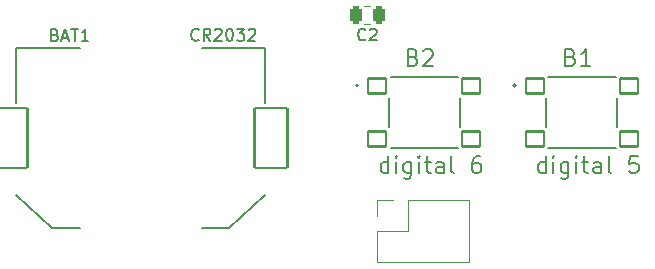
<source format=gbr>
G04 #@! TF.GenerationSoftware,KiCad,Pcbnew,9.0.3*
G04 #@! TF.CreationDate,2025-08-17T17:29:30-04:00*
G04 #@! TF.ProjectId,remote,72656d6f-7465-42e6-9b69-6361645f7063,rev?*
G04 #@! TF.SameCoordinates,Original*
G04 #@! TF.FileFunction,Legend,Top*
G04 #@! TF.FilePolarity,Positive*
%FSLAX46Y46*%
G04 Gerber Fmt 4.6, Leading zero omitted, Abs format (unit mm)*
G04 Created by KiCad (PCBNEW 9.0.3) date 2025-08-17 17:29:30*
%MOMM*%
%LPD*%
G01*
G04 APERTURE LIST*
G04 Aperture macros list*
%AMRoundRect*
0 Rectangle with rounded corners*
0 $1 Rounding radius*
0 $2 $3 $4 $5 $6 $7 $8 $9 X,Y pos of 4 corners*
0 Add a 4 corners polygon primitive as box body*
4,1,4,$2,$3,$4,$5,$6,$7,$8,$9,$2,$3,0*
0 Add four circle primitives for the rounded corners*
1,1,$1+$1,$2,$3*
1,1,$1+$1,$4,$5*
1,1,$1+$1,$6,$7*
1,1,$1+$1,$8,$9*
0 Add four rect primitives between the rounded corners*
20,1,$1+$1,$2,$3,$4,$5,0*
20,1,$1+$1,$4,$5,$6,$7,0*
20,1,$1+$1,$6,$7,$8,$9,0*
20,1,$1+$1,$8,$9,$2,$3,0*%
G04 Aperture macros list end*
%ADD10C,0.150000*%
%ADD11C,0.120000*%
%ADD12C,0.127000*%
%ADD13C,0.200000*%
%ADD14RoundRect,0.250000X0.250000X0.475000X-0.250000X0.475000X-0.250000X-0.475000X0.250000X-0.475000X0*%
%ADD15R,1.700000X1.700000*%
%ADD16C,1.700000*%
%ADD17RoundRect,0.102000X-0.775000X-0.650000X0.775000X-0.650000X0.775000X0.650000X-0.775000X0.650000X0*%
%ADD18C,17.984000*%
%ADD19RoundRect,0.102000X1.395000X2.540000X-1.395000X2.540000X-1.395000X-2.540000X1.395000X-2.540000X0*%
G04 APERTURE END LIST*
D10*
X221018621Y-55658980D02*
X220971002Y-55706600D01*
X220971002Y-55706600D02*
X220828145Y-55754219D01*
X220828145Y-55754219D02*
X220732907Y-55754219D01*
X220732907Y-55754219D02*
X220590050Y-55706600D01*
X220590050Y-55706600D02*
X220494812Y-55611361D01*
X220494812Y-55611361D02*
X220447193Y-55516123D01*
X220447193Y-55516123D02*
X220399574Y-55325647D01*
X220399574Y-55325647D02*
X220399574Y-55182790D01*
X220399574Y-55182790D02*
X220447193Y-54992314D01*
X220447193Y-54992314D02*
X220494812Y-54897076D01*
X220494812Y-54897076D02*
X220590050Y-54801838D01*
X220590050Y-54801838D02*
X220732907Y-54754219D01*
X220732907Y-54754219D02*
X220828145Y-54754219D01*
X220828145Y-54754219D02*
X220971002Y-54801838D01*
X220971002Y-54801838D02*
X221018621Y-54849457D01*
X221399574Y-54849457D02*
X221447193Y-54801838D01*
X221447193Y-54801838D02*
X221542431Y-54754219D01*
X221542431Y-54754219D02*
X221780526Y-54754219D01*
X221780526Y-54754219D02*
X221875764Y-54801838D01*
X221875764Y-54801838D02*
X221923383Y-54849457D01*
X221923383Y-54849457D02*
X221971002Y-54944695D01*
X221971002Y-54944695D02*
X221971002Y-55039933D01*
X221971002Y-55039933D02*
X221923383Y-55182790D01*
X221923383Y-55182790D02*
X221351955Y-55754219D01*
X221351955Y-55754219D02*
X221971002Y-55754219D01*
X225069622Y-57187933D02*
X225269622Y-57254600D01*
X225269622Y-57254600D02*
X225336288Y-57321266D01*
X225336288Y-57321266D02*
X225402955Y-57454600D01*
X225402955Y-57454600D02*
X225402955Y-57654600D01*
X225402955Y-57654600D02*
X225336288Y-57787933D01*
X225336288Y-57787933D02*
X225269622Y-57854600D01*
X225269622Y-57854600D02*
X225136288Y-57921266D01*
X225136288Y-57921266D02*
X224602955Y-57921266D01*
X224602955Y-57921266D02*
X224602955Y-56521266D01*
X224602955Y-56521266D02*
X225069622Y-56521266D01*
X225069622Y-56521266D02*
X225202955Y-56587933D01*
X225202955Y-56587933D02*
X225269622Y-56654600D01*
X225269622Y-56654600D02*
X225336288Y-56787933D01*
X225336288Y-56787933D02*
X225336288Y-56921266D01*
X225336288Y-56921266D02*
X225269622Y-57054600D01*
X225269622Y-57054600D02*
X225202955Y-57121266D01*
X225202955Y-57121266D02*
X225069622Y-57187933D01*
X225069622Y-57187933D02*
X224602955Y-57187933D01*
X225936288Y-56654600D02*
X226002955Y-56587933D01*
X226002955Y-56587933D02*
X226136288Y-56521266D01*
X226136288Y-56521266D02*
X226469622Y-56521266D01*
X226469622Y-56521266D02*
X226602955Y-56587933D01*
X226602955Y-56587933D02*
X226669622Y-56654600D01*
X226669622Y-56654600D02*
X226736288Y-56787933D01*
X226736288Y-56787933D02*
X226736288Y-56921266D01*
X226736288Y-56921266D02*
X226669622Y-57121266D01*
X226669622Y-57121266D02*
X225869622Y-57921266D01*
X225869622Y-57921266D02*
X226736288Y-57921266D01*
X222970087Y-66984666D02*
X222970087Y-65584666D01*
X222970087Y-66918000D02*
X222836754Y-66984666D01*
X222836754Y-66984666D02*
X222570087Y-66984666D01*
X222570087Y-66984666D02*
X222436754Y-66918000D01*
X222436754Y-66918000D02*
X222370087Y-66851333D01*
X222370087Y-66851333D02*
X222303420Y-66718000D01*
X222303420Y-66718000D02*
X222303420Y-66318000D01*
X222303420Y-66318000D02*
X222370087Y-66184666D01*
X222370087Y-66184666D02*
X222436754Y-66118000D01*
X222436754Y-66118000D02*
X222570087Y-66051333D01*
X222570087Y-66051333D02*
X222836754Y-66051333D01*
X222836754Y-66051333D02*
X222970087Y-66118000D01*
X223636754Y-66984666D02*
X223636754Y-66051333D01*
X223636754Y-65584666D02*
X223570087Y-65651333D01*
X223570087Y-65651333D02*
X223636754Y-65718000D01*
X223636754Y-65718000D02*
X223703421Y-65651333D01*
X223703421Y-65651333D02*
X223636754Y-65584666D01*
X223636754Y-65584666D02*
X223636754Y-65718000D01*
X224903421Y-66051333D02*
X224903421Y-67184666D01*
X224903421Y-67184666D02*
X224836754Y-67318000D01*
X224836754Y-67318000D02*
X224770088Y-67384666D01*
X224770088Y-67384666D02*
X224636754Y-67451333D01*
X224636754Y-67451333D02*
X224436754Y-67451333D01*
X224436754Y-67451333D02*
X224303421Y-67384666D01*
X224903421Y-66918000D02*
X224770088Y-66984666D01*
X224770088Y-66984666D02*
X224503421Y-66984666D01*
X224503421Y-66984666D02*
X224370088Y-66918000D01*
X224370088Y-66918000D02*
X224303421Y-66851333D01*
X224303421Y-66851333D02*
X224236754Y-66718000D01*
X224236754Y-66718000D02*
X224236754Y-66318000D01*
X224236754Y-66318000D02*
X224303421Y-66184666D01*
X224303421Y-66184666D02*
X224370088Y-66118000D01*
X224370088Y-66118000D02*
X224503421Y-66051333D01*
X224503421Y-66051333D02*
X224770088Y-66051333D01*
X224770088Y-66051333D02*
X224903421Y-66118000D01*
X225570088Y-66984666D02*
X225570088Y-66051333D01*
X225570088Y-65584666D02*
X225503421Y-65651333D01*
X225503421Y-65651333D02*
X225570088Y-65718000D01*
X225570088Y-65718000D02*
X225636755Y-65651333D01*
X225636755Y-65651333D02*
X225570088Y-65584666D01*
X225570088Y-65584666D02*
X225570088Y-65718000D01*
X226036755Y-66051333D02*
X226570088Y-66051333D01*
X226236755Y-65584666D02*
X226236755Y-66784666D01*
X226236755Y-66784666D02*
X226303422Y-66918000D01*
X226303422Y-66918000D02*
X226436755Y-66984666D01*
X226436755Y-66984666D02*
X226570088Y-66984666D01*
X227636755Y-66984666D02*
X227636755Y-66251333D01*
X227636755Y-66251333D02*
X227570088Y-66118000D01*
X227570088Y-66118000D02*
X227436755Y-66051333D01*
X227436755Y-66051333D02*
X227170088Y-66051333D01*
X227170088Y-66051333D02*
X227036755Y-66118000D01*
X227636755Y-66918000D02*
X227503422Y-66984666D01*
X227503422Y-66984666D02*
X227170088Y-66984666D01*
X227170088Y-66984666D02*
X227036755Y-66918000D01*
X227036755Y-66918000D02*
X226970088Y-66784666D01*
X226970088Y-66784666D02*
X226970088Y-66651333D01*
X226970088Y-66651333D02*
X227036755Y-66518000D01*
X227036755Y-66518000D02*
X227170088Y-66451333D01*
X227170088Y-66451333D02*
X227503422Y-66451333D01*
X227503422Y-66451333D02*
X227636755Y-66384666D01*
X228503422Y-66984666D02*
X228370089Y-66918000D01*
X228370089Y-66918000D02*
X228303422Y-66784666D01*
X228303422Y-66784666D02*
X228303422Y-65584666D01*
X230703422Y-65584666D02*
X230436755Y-65584666D01*
X230436755Y-65584666D02*
X230303422Y-65651333D01*
X230303422Y-65651333D02*
X230236755Y-65718000D01*
X230236755Y-65718000D02*
X230103422Y-65918000D01*
X230103422Y-65918000D02*
X230036755Y-66184666D01*
X230036755Y-66184666D02*
X230036755Y-66718000D01*
X230036755Y-66718000D02*
X230103422Y-66851333D01*
X230103422Y-66851333D02*
X230170089Y-66918000D01*
X230170089Y-66918000D02*
X230303422Y-66984666D01*
X230303422Y-66984666D02*
X230570089Y-66984666D01*
X230570089Y-66984666D02*
X230703422Y-66918000D01*
X230703422Y-66918000D02*
X230770089Y-66851333D01*
X230770089Y-66851333D02*
X230836755Y-66718000D01*
X230836755Y-66718000D02*
X230836755Y-66384666D01*
X230836755Y-66384666D02*
X230770089Y-66251333D01*
X230770089Y-66251333D02*
X230703422Y-66184666D01*
X230703422Y-66184666D02*
X230570089Y-66118000D01*
X230570089Y-66118000D02*
X230303422Y-66118000D01*
X230303422Y-66118000D02*
X230170089Y-66184666D01*
X230170089Y-66184666D02*
X230103422Y-66251333D01*
X230103422Y-66251333D02*
X230036755Y-66384666D01*
X238404622Y-57187933D02*
X238604622Y-57254600D01*
X238604622Y-57254600D02*
X238671288Y-57321266D01*
X238671288Y-57321266D02*
X238737955Y-57454600D01*
X238737955Y-57454600D02*
X238737955Y-57654600D01*
X238737955Y-57654600D02*
X238671288Y-57787933D01*
X238671288Y-57787933D02*
X238604622Y-57854600D01*
X238604622Y-57854600D02*
X238471288Y-57921266D01*
X238471288Y-57921266D02*
X237937955Y-57921266D01*
X237937955Y-57921266D02*
X237937955Y-56521266D01*
X237937955Y-56521266D02*
X238404622Y-56521266D01*
X238404622Y-56521266D02*
X238537955Y-56587933D01*
X238537955Y-56587933D02*
X238604622Y-56654600D01*
X238604622Y-56654600D02*
X238671288Y-56787933D01*
X238671288Y-56787933D02*
X238671288Y-56921266D01*
X238671288Y-56921266D02*
X238604622Y-57054600D01*
X238604622Y-57054600D02*
X238537955Y-57121266D01*
X238537955Y-57121266D02*
X238404622Y-57187933D01*
X238404622Y-57187933D02*
X237937955Y-57187933D01*
X240071288Y-57921266D02*
X239271288Y-57921266D01*
X239671288Y-57921266D02*
X239671288Y-56521266D01*
X239671288Y-56521266D02*
X239537955Y-56721266D01*
X239537955Y-56721266D02*
X239404622Y-56854600D01*
X239404622Y-56854600D02*
X239271288Y-56921266D01*
X236279687Y-66984666D02*
X236279687Y-65584666D01*
X236279687Y-66918000D02*
X236146354Y-66984666D01*
X236146354Y-66984666D02*
X235879687Y-66984666D01*
X235879687Y-66984666D02*
X235746354Y-66918000D01*
X235746354Y-66918000D02*
X235679687Y-66851333D01*
X235679687Y-66851333D02*
X235613020Y-66718000D01*
X235613020Y-66718000D02*
X235613020Y-66318000D01*
X235613020Y-66318000D02*
X235679687Y-66184666D01*
X235679687Y-66184666D02*
X235746354Y-66118000D01*
X235746354Y-66118000D02*
X235879687Y-66051333D01*
X235879687Y-66051333D02*
X236146354Y-66051333D01*
X236146354Y-66051333D02*
X236279687Y-66118000D01*
X236946354Y-66984666D02*
X236946354Y-66051333D01*
X236946354Y-65584666D02*
X236879687Y-65651333D01*
X236879687Y-65651333D02*
X236946354Y-65718000D01*
X236946354Y-65718000D02*
X237013021Y-65651333D01*
X237013021Y-65651333D02*
X236946354Y-65584666D01*
X236946354Y-65584666D02*
X236946354Y-65718000D01*
X238213021Y-66051333D02*
X238213021Y-67184666D01*
X238213021Y-67184666D02*
X238146354Y-67318000D01*
X238146354Y-67318000D02*
X238079688Y-67384666D01*
X238079688Y-67384666D02*
X237946354Y-67451333D01*
X237946354Y-67451333D02*
X237746354Y-67451333D01*
X237746354Y-67451333D02*
X237613021Y-67384666D01*
X238213021Y-66918000D02*
X238079688Y-66984666D01*
X238079688Y-66984666D02*
X237813021Y-66984666D01*
X237813021Y-66984666D02*
X237679688Y-66918000D01*
X237679688Y-66918000D02*
X237613021Y-66851333D01*
X237613021Y-66851333D02*
X237546354Y-66718000D01*
X237546354Y-66718000D02*
X237546354Y-66318000D01*
X237546354Y-66318000D02*
X237613021Y-66184666D01*
X237613021Y-66184666D02*
X237679688Y-66118000D01*
X237679688Y-66118000D02*
X237813021Y-66051333D01*
X237813021Y-66051333D02*
X238079688Y-66051333D01*
X238079688Y-66051333D02*
X238213021Y-66118000D01*
X238879688Y-66984666D02*
X238879688Y-66051333D01*
X238879688Y-65584666D02*
X238813021Y-65651333D01*
X238813021Y-65651333D02*
X238879688Y-65718000D01*
X238879688Y-65718000D02*
X238946355Y-65651333D01*
X238946355Y-65651333D02*
X238879688Y-65584666D01*
X238879688Y-65584666D02*
X238879688Y-65718000D01*
X239346355Y-66051333D02*
X239879688Y-66051333D01*
X239546355Y-65584666D02*
X239546355Y-66784666D01*
X239546355Y-66784666D02*
X239613022Y-66918000D01*
X239613022Y-66918000D02*
X239746355Y-66984666D01*
X239746355Y-66984666D02*
X239879688Y-66984666D01*
X240946355Y-66984666D02*
X240946355Y-66251333D01*
X240946355Y-66251333D02*
X240879688Y-66118000D01*
X240879688Y-66118000D02*
X240746355Y-66051333D01*
X240746355Y-66051333D02*
X240479688Y-66051333D01*
X240479688Y-66051333D02*
X240346355Y-66118000D01*
X240946355Y-66918000D02*
X240813022Y-66984666D01*
X240813022Y-66984666D02*
X240479688Y-66984666D01*
X240479688Y-66984666D02*
X240346355Y-66918000D01*
X240346355Y-66918000D02*
X240279688Y-66784666D01*
X240279688Y-66784666D02*
X240279688Y-66651333D01*
X240279688Y-66651333D02*
X240346355Y-66518000D01*
X240346355Y-66518000D02*
X240479688Y-66451333D01*
X240479688Y-66451333D02*
X240813022Y-66451333D01*
X240813022Y-66451333D02*
X240946355Y-66384666D01*
X241813022Y-66984666D02*
X241679689Y-66918000D01*
X241679689Y-66918000D02*
X241613022Y-66784666D01*
X241613022Y-66784666D02*
X241613022Y-65584666D01*
X244079689Y-65584666D02*
X243413022Y-65584666D01*
X243413022Y-65584666D02*
X243346355Y-66251333D01*
X243346355Y-66251333D02*
X243413022Y-66184666D01*
X243413022Y-66184666D02*
X243546355Y-66118000D01*
X243546355Y-66118000D02*
X243879689Y-66118000D01*
X243879689Y-66118000D02*
X244013022Y-66184666D01*
X244013022Y-66184666D02*
X244079689Y-66251333D01*
X244079689Y-66251333D02*
X244146355Y-66384666D01*
X244146355Y-66384666D02*
X244146355Y-66718000D01*
X244146355Y-66718000D02*
X244079689Y-66851333D01*
X244079689Y-66851333D02*
X244013022Y-66918000D01*
X244013022Y-66918000D02*
X243879689Y-66984666D01*
X243879689Y-66984666D02*
X243546355Y-66984666D01*
X243546355Y-66984666D02*
X243413022Y-66918000D01*
X243413022Y-66918000D02*
X243346355Y-66851333D01*
X194748802Y-55277609D02*
X194891659Y-55325228D01*
X194891659Y-55325228D02*
X194939278Y-55372847D01*
X194939278Y-55372847D02*
X194986897Y-55468085D01*
X194986897Y-55468085D02*
X194986897Y-55610942D01*
X194986897Y-55610942D02*
X194939278Y-55706180D01*
X194939278Y-55706180D02*
X194891659Y-55753800D01*
X194891659Y-55753800D02*
X194796421Y-55801419D01*
X194796421Y-55801419D02*
X194415469Y-55801419D01*
X194415469Y-55801419D02*
X194415469Y-54801419D01*
X194415469Y-54801419D02*
X194748802Y-54801419D01*
X194748802Y-54801419D02*
X194844040Y-54849038D01*
X194844040Y-54849038D02*
X194891659Y-54896657D01*
X194891659Y-54896657D02*
X194939278Y-54991895D01*
X194939278Y-54991895D02*
X194939278Y-55087133D01*
X194939278Y-55087133D02*
X194891659Y-55182371D01*
X194891659Y-55182371D02*
X194844040Y-55229990D01*
X194844040Y-55229990D02*
X194748802Y-55277609D01*
X194748802Y-55277609D02*
X194415469Y-55277609D01*
X195367850Y-55515704D02*
X195844040Y-55515704D01*
X195272612Y-55801419D02*
X195605945Y-54801419D01*
X195605945Y-54801419D02*
X195939278Y-55801419D01*
X196129755Y-54801419D02*
X196701183Y-54801419D01*
X196415469Y-55801419D02*
X196415469Y-54801419D01*
X197558326Y-55801419D02*
X196986898Y-55801419D01*
X197272612Y-55801419D02*
X197272612Y-54801419D01*
X197272612Y-54801419D02*
X197177374Y-54944276D01*
X197177374Y-54944276D02*
X197082136Y-55039514D01*
X197082136Y-55039514D02*
X196986898Y-55087133D01*
X206898049Y-55680780D02*
X206850430Y-55728400D01*
X206850430Y-55728400D02*
X206707573Y-55776019D01*
X206707573Y-55776019D02*
X206612335Y-55776019D01*
X206612335Y-55776019D02*
X206469478Y-55728400D01*
X206469478Y-55728400D02*
X206374240Y-55633161D01*
X206374240Y-55633161D02*
X206326621Y-55537923D01*
X206326621Y-55537923D02*
X206279002Y-55347447D01*
X206279002Y-55347447D02*
X206279002Y-55204590D01*
X206279002Y-55204590D02*
X206326621Y-55014114D01*
X206326621Y-55014114D02*
X206374240Y-54918876D01*
X206374240Y-54918876D02*
X206469478Y-54823638D01*
X206469478Y-54823638D02*
X206612335Y-54776019D01*
X206612335Y-54776019D02*
X206707573Y-54776019D01*
X206707573Y-54776019D02*
X206850430Y-54823638D01*
X206850430Y-54823638D02*
X206898049Y-54871257D01*
X207898049Y-55776019D02*
X207564716Y-55299828D01*
X207326621Y-55776019D02*
X207326621Y-54776019D01*
X207326621Y-54776019D02*
X207707573Y-54776019D01*
X207707573Y-54776019D02*
X207802811Y-54823638D01*
X207802811Y-54823638D02*
X207850430Y-54871257D01*
X207850430Y-54871257D02*
X207898049Y-54966495D01*
X207898049Y-54966495D02*
X207898049Y-55109352D01*
X207898049Y-55109352D02*
X207850430Y-55204590D01*
X207850430Y-55204590D02*
X207802811Y-55252209D01*
X207802811Y-55252209D02*
X207707573Y-55299828D01*
X207707573Y-55299828D02*
X207326621Y-55299828D01*
X208279002Y-54871257D02*
X208326621Y-54823638D01*
X208326621Y-54823638D02*
X208421859Y-54776019D01*
X208421859Y-54776019D02*
X208659954Y-54776019D01*
X208659954Y-54776019D02*
X208755192Y-54823638D01*
X208755192Y-54823638D02*
X208802811Y-54871257D01*
X208802811Y-54871257D02*
X208850430Y-54966495D01*
X208850430Y-54966495D02*
X208850430Y-55061733D01*
X208850430Y-55061733D02*
X208802811Y-55204590D01*
X208802811Y-55204590D02*
X208231383Y-55776019D01*
X208231383Y-55776019D02*
X208850430Y-55776019D01*
X209469478Y-54776019D02*
X209564716Y-54776019D01*
X209564716Y-54776019D02*
X209659954Y-54823638D01*
X209659954Y-54823638D02*
X209707573Y-54871257D01*
X209707573Y-54871257D02*
X209755192Y-54966495D01*
X209755192Y-54966495D02*
X209802811Y-55156971D01*
X209802811Y-55156971D02*
X209802811Y-55395066D01*
X209802811Y-55395066D02*
X209755192Y-55585542D01*
X209755192Y-55585542D02*
X209707573Y-55680780D01*
X209707573Y-55680780D02*
X209659954Y-55728400D01*
X209659954Y-55728400D02*
X209564716Y-55776019D01*
X209564716Y-55776019D02*
X209469478Y-55776019D01*
X209469478Y-55776019D02*
X209374240Y-55728400D01*
X209374240Y-55728400D02*
X209326621Y-55680780D01*
X209326621Y-55680780D02*
X209279002Y-55585542D01*
X209279002Y-55585542D02*
X209231383Y-55395066D01*
X209231383Y-55395066D02*
X209231383Y-55156971D01*
X209231383Y-55156971D02*
X209279002Y-54966495D01*
X209279002Y-54966495D02*
X209326621Y-54871257D01*
X209326621Y-54871257D02*
X209374240Y-54823638D01*
X209374240Y-54823638D02*
X209469478Y-54776019D01*
X210136145Y-54776019D02*
X210755192Y-54776019D01*
X210755192Y-54776019D02*
X210421859Y-55156971D01*
X210421859Y-55156971D02*
X210564716Y-55156971D01*
X210564716Y-55156971D02*
X210659954Y-55204590D01*
X210659954Y-55204590D02*
X210707573Y-55252209D01*
X210707573Y-55252209D02*
X210755192Y-55347447D01*
X210755192Y-55347447D02*
X210755192Y-55585542D01*
X210755192Y-55585542D02*
X210707573Y-55680780D01*
X210707573Y-55680780D02*
X210659954Y-55728400D01*
X210659954Y-55728400D02*
X210564716Y-55776019D01*
X210564716Y-55776019D02*
X210279002Y-55776019D01*
X210279002Y-55776019D02*
X210183764Y-55728400D01*
X210183764Y-55728400D02*
X210136145Y-55680780D01*
X211136145Y-54871257D02*
X211183764Y-54823638D01*
X211183764Y-54823638D02*
X211279002Y-54776019D01*
X211279002Y-54776019D02*
X211517097Y-54776019D01*
X211517097Y-54776019D02*
X211612335Y-54823638D01*
X211612335Y-54823638D02*
X211659954Y-54871257D01*
X211659954Y-54871257D02*
X211707573Y-54966495D01*
X211707573Y-54966495D02*
X211707573Y-55061733D01*
X211707573Y-55061733D02*
X211659954Y-55204590D01*
X211659954Y-55204590D02*
X211088526Y-55776019D01*
X211088526Y-55776019D02*
X211707573Y-55776019D01*
D11*
G04 #@! TO.C,C2*
X221446540Y-54354400D02*
X220924036Y-54354400D01*
X221446540Y-52884400D02*
X220924036Y-52884400D01*
G04 #@! TO.C,ISP1*
X222014288Y-69307400D02*
X223344288Y-69307400D01*
X222014288Y-70637400D02*
X222014288Y-69307400D01*
X222014288Y-71907400D02*
X224614288Y-71907400D01*
X222014288Y-74507400D02*
X222014288Y-71907400D01*
X222014288Y-74507400D02*
X229754288Y-74507400D01*
X224614288Y-69307400D02*
X229754288Y-69307400D01*
X224614288Y-71907400D02*
X224614288Y-69307400D01*
X229754288Y-74507400D02*
X229754288Y-69307400D01*
D12*
G04 #@! TO.C,B2*
X223011288Y-60620400D02*
X223011288Y-63120400D01*
X223161288Y-58870400D02*
X228861288Y-58870400D01*
X223161288Y-64870400D02*
X228861288Y-64870400D01*
X229011288Y-60620400D02*
X229011288Y-63120400D01*
D13*
X220411288Y-59570400D02*
G75*
G02*
X220211288Y-59570400I-100000J0D01*
G01*
X220211288Y-59570400D02*
G75*
G02*
X220411288Y-59570400I100000J0D01*
G01*
D12*
G04 #@! TO.C,B1*
X236346288Y-60620400D02*
X236346288Y-63120400D01*
X236496288Y-58870400D02*
X242196288Y-58870400D01*
X236496288Y-64870400D02*
X242196288Y-64870400D01*
X242346288Y-60620400D02*
X242346288Y-63120400D01*
D13*
X233746288Y-59570400D02*
G75*
G02*
X233546288Y-59570400I-100000J0D01*
G01*
X233546288Y-59570400D02*
G75*
G02*
X233746288Y-59570400I100000J0D01*
G01*
D12*
G04 #@! TO.C,BAT1*
X191468288Y-56413400D02*
X196828288Y-56413400D01*
X191468288Y-61033400D02*
X191468288Y-56413400D01*
X194518288Y-71653400D02*
X191468288Y-68863400D01*
X196828288Y-71653400D02*
X194518288Y-71653400D01*
X207188288Y-56413400D02*
X212548288Y-56413400D01*
X209498288Y-71653400D02*
X207188288Y-71653400D01*
X212548288Y-56413400D02*
X212548288Y-61033400D01*
X212548288Y-68863400D02*
X209498288Y-71653400D01*
G04 #@! TD*
%LPC*%
D14*
G04 #@! TO.C,C2*
X222135288Y-53619400D03*
X220235288Y-53619400D03*
G04 #@! TD*
D15*
G04 #@! TO.C,ISP1*
X223344288Y-70637400D03*
D16*
X223344288Y-73177400D03*
X225884288Y-70637400D03*
X225884288Y-73177400D03*
X228424288Y-70637400D03*
X228424288Y-73177400D03*
G04 #@! TD*
D17*
G04 #@! TO.C,B2*
X222036288Y-59620400D03*
X229986288Y-59620400D03*
X222036288Y-64120400D03*
X229986288Y-64120400D03*
G04 #@! TD*
G04 #@! TO.C,B1*
X235371288Y-59620400D03*
X243321288Y-59620400D03*
X235371288Y-64120400D03*
X243321288Y-64120400D03*
G04 #@! TD*
D18*
G04 #@! TO.C,BAT1*
X202008288Y-64033400D03*
D19*
X212993288Y-64033400D03*
X191023288Y-64033400D03*
G04 #@! TD*
%LPD*%
M02*

</source>
